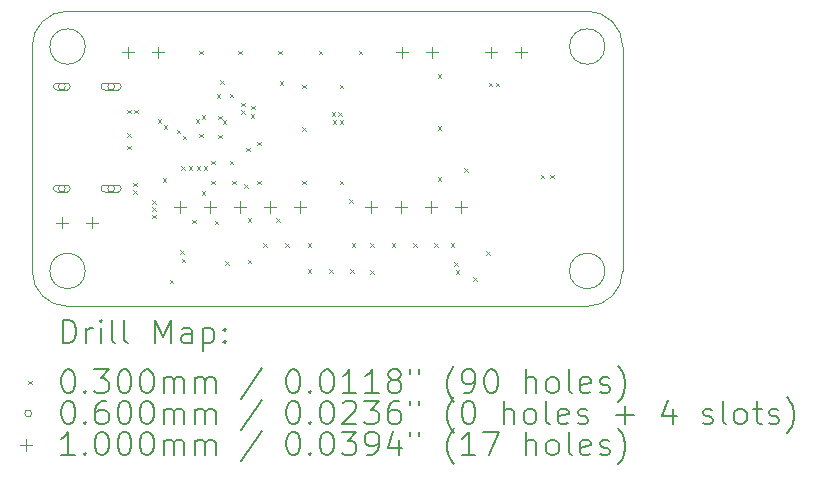
<source format=gbr>
%TF.GenerationSoftware,KiCad,Pcbnew,9.0.4*%
%TF.CreationDate,2025-09-01T19:04:17-04:00*%
%TF.ProjectId,rp24-usb-tester,72703234-2d75-4736-922d-746573746572,v0.3.4*%
%TF.SameCoordinates,Original*%
%TF.FileFunction,Drillmap*%
%TF.FilePolarity,Positive*%
%FSLAX45Y45*%
G04 Gerber Fmt 4.5, Leading zero omitted, Abs format (unit mm)*
G04 Created by KiCad (PCBNEW 9.0.4) date 2025-09-01 19:04:17*
%MOMM*%
%LPD*%
G01*
G04 APERTURE LIST*
%ADD10C,0.050000*%
%ADD11C,0.200000*%
%ADD12C,0.100000*%
G04 APERTURE END LIST*
D10*
X4700000Y0D02*
G75*
G02*
X5000000Y-300000I0J-300000D01*
G01*
X5000000Y-300000D02*
X5000000Y-2200000D01*
X300000Y-2500000D02*
X4700000Y-2500000D01*
X300000Y-2500000D02*
G75*
G02*
X0Y-2200000I0J300000D01*
G01*
X4850000Y-2200000D02*
G75*
G02*
X4550000Y-2200000I-150000J0D01*
G01*
X4550000Y-2200000D02*
G75*
G02*
X4850000Y-2200000I150000J0D01*
G01*
X4850000Y-300000D02*
G75*
G02*
X4550000Y-300000I-150000J0D01*
G01*
X4550000Y-300000D02*
G75*
G02*
X4850000Y-300000I150000J0D01*
G01*
X0Y-300000D02*
X0Y-2200000D01*
X0Y-300000D02*
G75*
G02*
X300000Y0I300000J0D01*
G01*
X5000000Y-2200000D02*
G75*
G02*
X4700000Y-2500000I-300000J0D01*
G01*
X450000Y-300000D02*
G75*
G02*
X150000Y-300000I-150000J0D01*
G01*
X150000Y-300000D02*
G75*
G02*
X450000Y-300000I150000J0D01*
G01*
X4700000Y0D02*
X300000Y0D01*
X450000Y-2200000D02*
G75*
G02*
X150000Y-2200000I-150000J0D01*
G01*
X150000Y-2200000D02*
G75*
G02*
X450000Y-2200000I150000J0D01*
G01*
D11*
D12*
X805000Y-835000D02*
X835000Y-865000D01*
X835000Y-835000D02*
X805000Y-865000D01*
X806000Y-1034000D02*
X836000Y-1064000D01*
X836000Y-1034000D02*
X806000Y-1064000D01*
X806000Y-1141000D02*
X836000Y-1171000D01*
X836000Y-1141000D02*
X806000Y-1171000D01*
X855000Y-1454000D02*
X885000Y-1484000D01*
X885000Y-1454000D02*
X855000Y-1484000D01*
X855000Y-1515000D02*
X885000Y-1545000D01*
X885000Y-1515000D02*
X855000Y-1545000D01*
X865000Y-835000D02*
X895000Y-865000D01*
X895000Y-835000D02*
X865000Y-865000D01*
X1015000Y-1599999D02*
X1045000Y-1629999D01*
X1045000Y-1599999D02*
X1015000Y-1629999D01*
X1015000Y-1662500D02*
X1045000Y-1692500D01*
X1045000Y-1662500D02*
X1015000Y-1692500D01*
X1015000Y-1725000D02*
X1045000Y-1755000D01*
X1045000Y-1725000D02*
X1015000Y-1755000D01*
X1065000Y-915000D02*
X1095000Y-945000D01*
X1095000Y-915000D02*
X1065000Y-945000D01*
X1105000Y-1415000D02*
X1135000Y-1445000D01*
X1135000Y-1415000D02*
X1105000Y-1445000D01*
X1115000Y-965000D02*
X1145000Y-995000D01*
X1145000Y-965000D02*
X1115000Y-995000D01*
X1165000Y-2275000D02*
X1195000Y-2305000D01*
X1195000Y-2275000D02*
X1165000Y-2305000D01*
X1225000Y-1005000D02*
X1255000Y-1035000D01*
X1255000Y-1005000D02*
X1225000Y-1035000D01*
X1255000Y-2025000D02*
X1285000Y-2055000D01*
X1285000Y-2025000D02*
X1255000Y-2055000D01*
X1262500Y-1315000D02*
X1292500Y-1345000D01*
X1292500Y-1315000D02*
X1262500Y-1345000D01*
X1265000Y-2095000D02*
X1295000Y-2125000D01*
X1295000Y-2095000D02*
X1265000Y-2125000D01*
X1275000Y-1055000D02*
X1305000Y-1085000D01*
X1305000Y-1055000D02*
X1275000Y-1085000D01*
X1325000Y-1315000D02*
X1355000Y-1345000D01*
X1355000Y-1315000D02*
X1325000Y-1345000D01*
X1355000Y-1765000D02*
X1385000Y-1795000D01*
X1385000Y-1765000D02*
X1355000Y-1795000D01*
X1385000Y-915000D02*
X1415000Y-945000D01*
X1415000Y-915000D02*
X1385000Y-945000D01*
X1392500Y-1315000D02*
X1422500Y-1345000D01*
X1422500Y-1315000D02*
X1392500Y-1345000D01*
X1415000Y-335000D02*
X1445000Y-365000D01*
X1445000Y-335000D02*
X1415000Y-365000D01*
X1415000Y-1037500D02*
X1445000Y-1067500D01*
X1445000Y-1037500D02*
X1415000Y-1067500D01*
X1435000Y-1525000D02*
X1465000Y-1555000D01*
X1465000Y-1525000D02*
X1435000Y-1555000D01*
X1437003Y-880331D02*
X1467003Y-910331D01*
X1467003Y-880331D02*
X1437003Y-910331D01*
X1455000Y-1315000D02*
X1485000Y-1345000D01*
X1485000Y-1315000D02*
X1455000Y-1345000D01*
X1515000Y-1265000D02*
X1545000Y-1295000D01*
X1545000Y-1265000D02*
X1515000Y-1295000D01*
X1515000Y-1435000D02*
X1545000Y-1465000D01*
X1545000Y-1435000D02*
X1515000Y-1465000D01*
X1545000Y-1775000D02*
X1575000Y-1805000D01*
X1575000Y-1775000D02*
X1545000Y-1805000D01*
X1562098Y-702098D02*
X1592098Y-732098D01*
X1592098Y-702098D02*
X1562098Y-732098D01*
X1575000Y-885000D02*
X1605000Y-915000D01*
X1605000Y-885000D02*
X1575000Y-915000D01*
X1575000Y-1045000D02*
X1605000Y-1075000D01*
X1605000Y-1045000D02*
X1575000Y-1075000D01*
X1595000Y-585000D02*
X1625000Y-615000D01*
X1625000Y-585000D02*
X1595000Y-615000D01*
X1615000Y-925000D02*
X1645000Y-955000D01*
X1645000Y-925000D02*
X1615000Y-955000D01*
X1635000Y-2117500D02*
X1665000Y-2147500D01*
X1665000Y-2117500D02*
X1635000Y-2147500D01*
X1675000Y-700000D02*
X1705000Y-730000D01*
X1705000Y-700000D02*
X1675000Y-730000D01*
X1675000Y-1265000D02*
X1705000Y-1295000D01*
X1705000Y-1265000D02*
X1675000Y-1295000D01*
X1695000Y-1435000D02*
X1725000Y-1465000D01*
X1725000Y-1435000D02*
X1695000Y-1465000D01*
X1745000Y-335000D02*
X1775000Y-365000D01*
X1775000Y-335000D02*
X1745000Y-365000D01*
X1769897Y-775516D02*
X1799897Y-805516D01*
X1799897Y-775516D02*
X1769897Y-805516D01*
X1771326Y-838000D02*
X1801326Y-868000D01*
X1801326Y-838000D02*
X1771326Y-868000D01*
X1795000Y-1465000D02*
X1825000Y-1495000D01*
X1825000Y-1465000D02*
X1795000Y-1495000D01*
X1815000Y-1155000D02*
X1845000Y-1185000D01*
X1845000Y-1155000D02*
X1815000Y-1185000D01*
X1825000Y-1755000D02*
X1855000Y-1785000D01*
X1855000Y-1755000D02*
X1825000Y-1785000D01*
X1825000Y-2105000D02*
X1855000Y-2135000D01*
X1855000Y-2105000D02*
X1825000Y-2135000D01*
X1850000Y-875000D02*
X1880000Y-905000D01*
X1880000Y-875000D02*
X1850000Y-905000D01*
X1857500Y-802500D02*
X1887500Y-832500D01*
X1887500Y-802500D02*
X1857500Y-832500D01*
X1905000Y-1105000D02*
X1935000Y-1135000D01*
X1935000Y-1105000D02*
X1905000Y-1135000D01*
X1905000Y-1435000D02*
X1935000Y-1465000D01*
X1935000Y-1435000D02*
X1905000Y-1465000D01*
X1955000Y-1965000D02*
X1985000Y-1995000D01*
X1985000Y-1965000D02*
X1955000Y-1995000D01*
X2065000Y-1755000D02*
X2095000Y-1785000D01*
X2095000Y-1755000D02*
X2065000Y-1785000D01*
X2085000Y-335000D02*
X2115000Y-365000D01*
X2115000Y-335000D02*
X2085000Y-365000D01*
X2095000Y-595000D02*
X2125000Y-625000D01*
X2125000Y-595000D02*
X2095000Y-625000D01*
X2145000Y-1965000D02*
X2175000Y-1995000D01*
X2175000Y-1965000D02*
X2145000Y-1995000D01*
X2285000Y-625000D02*
X2315000Y-655000D01*
X2315000Y-625000D02*
X2285000Y-655000D01*
X2285000Y-985000D02*
X2315000Y-1015000D01*
X2315000Y-985000D02*
X2285000Y-1015000D01*
X2285000Y-1435000D02*
X2315000Y-1465000D01*
X2315000Y-1435000D02*
X2285000Y-1465000D01*
X2335000Y-1965000D02*
X2365000Y-1995000D01*
X2365000Y-1965000D02*
X2335000Y-1995000D01*
X2335000Y-2185000D02*
X2365000Y-2215000D01*
X2365000Y-2185000D02*
X2335000Y-2215000D01*
X2425000Y-335000D02*
X2455000Y-365000D01*
X2455000Y-335000D02*
X2425000Y-365000D01*
X2515000Y-2185000D02*
X2545000Y-2215000D01*
X2545000Y-2185000D02*
X2515000Y-2215000D01*
X2535000Y-855000D02*
X2565000Y-885000D01*
X2565000Y-855000D02*
X2535000Y-885000D01*
X2545000Y-925000D02*
X2575000Y-955000D01*
X2575000Y-925000D02*
X2545000Y-955000D01*
X2591666Y-856679D02*
X2621666Y-886679D01*
X2621666Y-856679D02*
X2591666Y-886679D01*
X2605000Y-625000D02*
X2635000Y-655000D01*
X2635000Y-625000D02*
X2605000Y-655000D01*
X2605000Y-925000D02*
X2635000Y-955000D01*
X2635000Y-925000D02*
X2605000Y-955000D01*
X2605000Y-1435000D02*
X2635000Y-1465000D01*
X2635000Y-1435000D02*
X2605000Y-1465000D01*
X2685000Y-1595000D02*
X2715000Y-1625000D01*
X2715000Y-1595000D02*
X2685000Y-1625000D01*
X2695000Y-2185000D02*
X2725000Y-2215000D01*
X2725000Y-2185000D02*
X2695000Y-2215000D01*
X2705000Y-1965000D02*
X2735000Y-1995000D01*
X2735000Y-1965000D02*
X2705000Y-1995000D01*
X2765000Y-335000D02*
X2795000Y-365000D01*
X2795000Y-335000D02*
X2765000Y-365000D01*
X2865000Y-1965000D02*
X2895000Y-1995000D01*
X2895000Y-1965000D02*
X2865000Y-1995000D01*
X2865000Y-2195000D02*
X2895000Y-2225000D01*
X2895000Y-2195000D02*
X2865000Y-2225000D01*
X3045000Y-1965000D02*
X3075000Y-1995000D01*
X3075000Y-1965000D02*
X3045000Y-1995000D01*
X3225000Y-1965000D02*
X3255000Y-1995000D01*
X3255000Y-1965000D02*
X3225000Y-1995000D01*
X3405000Y-1965000D02*
X3435000Y-1995000D01*
X3435000Y-1965000D02*
X3405000Y-1995000D01*
X3435000Y-535000D02*
X3465000Y-565000D01*
X3465000Y-535000D02*
X3435000Y-565000D01*
X3435000Y-975000D02*
X3465000Y-1005000D01*
X3465000Y-975000D02*
X3435000Y-1005000D01*
X3435000Y-1405000D02*
X3465000Y-1435000D01*
X3465000Y-1405000D02*
X3435000Y-1435000D01*
X3545000Y-1965000D02*
X3575000Y-1995000D01*
X3575000Y-1965000D02*
X3545000Y-1995000D01*
X3575000Y-2125000D02*
X3605000Y-2155000D01*
X3605000Y-2125000D02*
X3575000Y-2155000D01*
X3585000Y-2195000D02*
X3615000Y-2225000D01*
X3615000Y-2195000D02*
X3585000Y-2225000D01*
X3660000Y-1330000D02*
X3690000Y-1360000D01*
X3690000Y-1330000D02*
X3660000Y-1360000D01*
X3735000Y-2255000D02*
X3765000Y-2285000D01*
X3765000Y-2255000D02*
X3735000Y-2285000D01*
X3845000Y-2035000D02*
X3875000Y-2065000D01*
X3875000Y-2035000D02*
X3845000Y-2065000D01*
X3865000Y-605000D02*
X3895000Y-635000D01*
X3895000Y-605000D02*
X3865000Y-635000D01*
X3925000Y-605000D02*
X3955000Y-635000D01*
X3955000Y-605000D02*
X3925000Y-635000D01*
X4305000Y-1385000D02*
X4335000Y-1415000D01*
X4335000Y-1385000D02*
X4305000Y-1415000D01*
X4385000Y-1385000D02*
X4415000Y-1415000D01*
X4415000Y-1385000D02*
X4385000Y-1415000D01*
X282000Y-638000D02*
G75*
G02*
X222000Y-638000I-30000J0D01*
G01*
X222000Y-638000D02*
G75*
G02*
X282000Y-638000I30000J0D01*
G01*
X292000Y-608000D02*
X212000Y-608000D01*
X212000Y-668000D02*
G75*
G02*
X212000Y-608000I0J30000D01*
G01*
X212000Y-668000D02*
X292000Y-668000D01*
X292000Y-668000D02*
G75*
G03*
X292000Y-608000I0J30000D01*
G01*
X282000Y-1502000D02*
G75*
G02*
X222000Y-1502000I-30000J0D01*
G01*
X222000Y-1502000D02*
G75*
G02*
X282000Y-1502000I30000J0D01*
G01*
X292000Y-1472000D02*
X212000Y-1472000D01*
X212000Y-1532000D02*
G75*
G02*
X212000Y-1472000I0J30000D01*
G01*
X212000Y-1532000D02*
X292000Y-1532000D01*
X292000Y-1532000D02*
G75*
G03*
X292000Y-1472000I0J30000D01*
G01*
X700000Y-638000D02*
G75*
G02*
X640000Y-638000I-30000J0D01*
G01*
X640000Y-638000D02*
G75*
G02*
X700000Y-638000I30000J0D01*
G01*
X725000Y-608000D02*
X615000Y-608000D01*
X615000Y-668000D02*
G75*
G02*
X615000Y-608000I0J30000D01*
G01*
X615000Y-668000D02*
X725000Y-668000D01*
X725000Y-668000D02*
G75*
G03*
X725000Y-608000I0J30000D01*
G01*
X700000Y-1502000D02*
G75*
G02*
X640000Y-1502000I-30000J0D01*
G01*
X640000Y-1502000D02*
G75*
G02*
X700000Y-1502000I30000J0D01*
G01*
X725000Y-1472000D02*
X615000Y-1472000D01*
X615000Y-1532000D02*
G75*
G02*
X615000Y-1472000I0J30000D01*
G01*
X615000Y-1532000D02*
X725000Y-1532000D01*
X725000Y-1532000D02*
G75*
G03*
X725000Y-1472000I0J30000D01*
G01*
X253500Y-1740000D02*
X253500Y-1840000D01*
X203500Y-1790000D02*
X303500Y-1790000D01*
X507500Y-1740000D02*
X507500Y-1840000D01*
X457500Y-1790000D02*
X557500Y-1790000D01*
X812500Y-300000D02*
X812500Y-400000D01*
X762500Y-350000D02*
X862500Y-350000D01*
X1066500Y-300000D02*
X1066500Y-400000D01*
X1016500Y-350000D02*
X1116500Y-350000D01*
X1254000Y-1610000D02*
X1254000Y-1710000D01*
X1204000Y-1660000D02*
X1304000Y-1660000D01*
X1508000Y-1610000D02*
X1508000Y-1710000D01*
X1458000Y-1660000D02*
X1558000Y-1660000D01*
X1762000Y-1610000D02*
X1762000Y-1710000D01*
X1712000Y-1660000D02*
X1812000Y-1660000D01*
X2016000Y-1610000D02*
X2016000Y-1710000D01*
X1966000Y-1660000D02*
X2066000Y-1660000D01*
X2270000Y-1610000D02*
X2270000Y-1710000D01*
X2220000Y-1660000D02*
X2320000Y-1660000D01*
X2870000Y-1610000D02*
X2870000Y-1710000D01*
X2820000Y-1660000D02*
X2920000Y-1660000D01*
X3124000Y-1610000D02*
X3124000Y-1710000D01*
X3074000Y-1660000D02*
X3174000Y-1660000D01*
X3130000Y-300000D02*
X3130000Y-400000D01*
X3080000Y-350000D02*
X3180000Y-350000D01*
X3378000Y-1610000D02*
X3378000Y-1710000D01*
X3328000Y-1660000D02*
X3428000Y-1660000D01*
X3384000Y-300000D02*
X3384000Y-400000D01*
X3334000Y-350000D02*
X3434000Y-350000D01*
X3632000Y-1610000D02*
X3632000Y-1710000D01*
X3582000Y-1660000D02*
X3682000Y-1660000D01*
X3882500Y-300000D02*
X3882500Y-400000D01*
X3832500Y-350000D02*
X3932500Y-350000D01*
X4136500Y-300000D02*
X4136500Y-400000D01*
X4086500Y-350000D02*
X4186500Y-350000D01*
D11*
X258277Y-2813984D02*
X258277Y-2613984D01*
X258277Y-2613984D02*
X305896Y-2613984D01*
X305896Y-2613984D02*
X334467Y-2623508D01*
X334467Y-2623508D02*
X353515Y-2642555D01*
X353515Y-2642555D02*
X363039Y-2661603D01*
X363039Y-2661603D02*
X372562Y-2699698D01*
X372562Y-2699698D02*
X372562Y-2728270D01*
X372562Y-2728270D02*
X363039Y-2766365D01*
X363039Y-2766365D02*
X353515Y-2785412D01*
X353515Y-2785412D02*
X334467Y-2804460D01*
X334467Y-2804460D02*
X305896Y-2813984D01*
X305896Y-2813984D02*
X258277Y-2813984D01*
X458277Y-2813984D02*
X458277Y-2680650D01*
X458277Y-2718746D02*
X467801Y-2699698D01*
X467801Y-2699698D02*
X477324Y-2690174D01*
X477324Y-2690174D02*
X496372Y-2680650D01*
X496372Y-2680650D02*
X515420Y-2680650D01*
X582086Y-2813984D02*
X582086Y-2680650D01*
X582086Y-2613984D02*
X572563Y-2623508D01*
X572563Y-2623508D02*
X582086Y-2633031D01*
X582086Y-2633031D02*
X591610Y-2623508D01*
X591610Y-2623508D02*
X582086Y-2613984D01*
X582086Y-2613984D02*
X582086Y-2633031D01*
X705896Y-2813984D02*
X686848Y-2804460D01*
X686848Y-2804460D02*
X677324Y-2785412D01*
X677324Y-2785412D02*
X677324Y-2613984D01*
X810658Y-2813984D02*
X791610Y-2804460D01*
X791610Y-2804460D02*
X782086Y-2785412D01*
X782086Y-2785412D02*
X782086Y-2613984D01*
X1039229Y-2813984D02*
X1039229Y-2613984D01*
X1039229Y-2613984D02*
X1105896Y-2756841D01*
X1105896Y-2756841D02*
X1172563Y-2613984D01*
X1172563Y-2613984D02*
X1172563Y-2813984D01*
X1353515Y-2813984D02*
X1353515Y-2709222D01*
X1353515Y-2709222D02*
X1343991Y-2690174D01*
X1343991Y-2690174D02*
X1324944Y-2680650D01*
X1324944Y-2680650D02*
X1286848Y-2680650D01*
X1286848Y-2680650D02*
X1267801Y-2690174D01*
X1353515Y-2804460D02*
X1334467Y-2813984D01*
X1334467Y-2813984D02*
X1286848Y-2813984D01*
X1286848Y-2813984D02*
X1267801Y-2804460D01*
X1267801Y-2804460D02*
X1258277Y-2785412D01*
X1258277Y-2785412D02*
X1258277Y-2766365D01*
X1258277Y-2766365D02*
X1267801Y-2747317D01*
X1267801Y-2747317D02*
X1286848Y-2737793D01*
X1286848Y-2737793D02*
X1334467Y-2737793D01*
X1334467Y-2737793D02*
X1353515Y-2728270D01*
X1448753Y-2680650D02*
X1448753Y-2880650D01*
X1448753Y-2690174D02*
X1467801Y-2680650D01*
X1467801Y-2680650D02*
X1505896Y-2680650D01*
X1505896Y-2680650D02*
X1524943Y-2690174D01*
X1524943Y-2690174D02*
X1534467Y-2699698D01*
X1534467Y-2699698D02*
X1543991Y-2718746D01*
X1543991Y-2718746D02*
X1543991Y-2775889D01*
X1543991Y-2775889D02*
X1534467Y-2794936D01*
X1534467Y-2794936D02*
X1524943Y-2804460D01*
X1524943Y-2804460D02*
X1505896Y-2813984D01*
X1505896Y-2813984D02*
X1467801Y-2813984D01*
X1467801Y-2813984D02*
X1448753Y-2804460D01*
X1629705Y-2794936D02*
X1639229Y-2804460D01*
X1639229Y-2804460D02*
X1629705Y-2813984D01*
X1629705Y-2813984D02*
X1620182Y-2804460D01*
X1620182Y-2804460D02*
X1629705Y-2794936D01*
X1629705Y-2794936D02*
X1629705Y-2813984D01*
X1629705Y-2690174D02*
X1639229Y-2699698D01*
X1639229Y-2699698D02*
X1629705Y-2709222D01*
X1629705Y-2709222D02*
X1620182Y-2699698D01*
X1620182Y-2699698D02*
X1629705Y-2690174D01*
X1629705Y-2690174D02*
X1629705Y-2709222D01*
D12*
X-32500Y-3127500D02*
X-2500Y-3157500D01*
X-2500Y-3127500D02*
X-32500Y-3157500D01*
D11*
X296372Y-3033984D02*
X315420Y-3033984D01*
X315420Y-3033984D02*
X334467Y-3043508D01*
X334467Y-3043508D02*
X343991Y-3053031D01*
X343991Y-3053031D02*
X353515Y-3072079D01*
X353515Y-3072079D02*
X363039Y-3110174D01*
X363039Y-3110174D02*
X363039Y-3157793D01*
X363039Y-3157793D02*
X353515Y-3195888D01*
X353515Y-3195888D02*
X343991Y-3214936D01*
X343991Y-3214936D02*
X334467Y-3224460D01*
X334467Y-3224460D02*
X315420Y-3233984D01*
X315420Y-3233984D02*
X296372Y-3233984D01*
X296372Y-3233984D02*
X277324Y-3224460D01*
X277324Y-3224460D02*
X267801Y-3214936D01*
X267801Y-3214936D02*
X258277Y-3195888D01*
X258277Y-3195888D02*
X248753Y-3157793D01*
X248753Y-3157793D02*
X248753Y-3110174D01*
X248753Y-3110174D02*
X258277Y-3072079D01*
X258277Y-3072079D02*
X267801Y-3053031D01*
X267801Y-3053031D02*
X277324Y-3043508D01*
X277324Y-3043508D02*
X296372Y-3033984D01*
X448753Y-3214936D02*
X458277Y-3224460D01*
X458277Y-3224460D02*
X448753Y-3233984D01*
X448753Y-3233984D02*
X439229Y-3224460D01*
X439229Y-3224460D02*
X448753Y-3214936D01*
X448753Y-3214936D02*
X448753Y-3233984D01*
X524944Y-3033984D02*
X648753Y-3033984D01*
X648753Y-3033984D02*
X582086Y-3110174D01*
X582086Y-3110174D02*
X610658Y-3110174D01*
X610658Y-3110174D02*
X629705Y-3119698D01*
X629705Y-3119698D02*
X639229Y-3129222D01*
X639229Y-3129222D02*
X648753Y-3148269D01*
X648753Y-3148269D02*
X648753Y-3195888D01*
X648753Y-3195888D02*
X639229Y-3214936D01*
X639229Y-3214936D02*
X629705Y-3224460D01*
X629705Y-3224460D02*
X610658Y-3233984D01*
X610658Y-3233984D02*
X553515Y-3233984D01*
X553515Y-3233984D02*
X534467Y-3224460D01*
X534467Y-3224460D02*
X524944Y-3214936D01*
X772562Y-3033984D02*
X791610Y-3033984D01*
X791610Y-3033984D02*
X810658Y-3043508D01*
X810658Y-3043508D02*
X820182Y-3053031D01*
X820182Y-3053031D02*
X829705Y-3072079D01*
X829705Y-3072079D02*
X839229Y-3110174D01*
X839229Y-3110174D02*
X839229Y-3157793D01*
X839229Y-3157793D02*
X829705Y-3195888D01*
X829705Y-3195888D02*
X820182Y-3214936D01*
X820182Y-3214936D02*
X810658Y-3224460D01*
X810658Y-3224460D02*
X791610Y-3233984D01*
X791610Y-3233984D02*
X772562Y-3233984D01*
X772562Y-3233984D02*
X753515Y-3224460D01*
X753515Y-3224460D02*
X743991Y-3214936D01*
X743991Y-3214936D02*
X734467Y-3195888D01*
X734467Y-3195888D02*
X724943Y-3157793D01*
X724943Y-3157793D02*
X724943Y-3110174D01*
X724943Y-3110174D02*
X734467Y-3072079D01*
X734467Y-3072079D02*
X743991Y-3053031D01*
X743991Y-3053031D02*
X753515Y-3043508D01*
X753515Y-3043508D02*
X772562Y-3033984D01*
X963039Y-3033984D02*
X982086Y-3033984D01*
X982086Y-3033984D02*
X1001134Y-3043508D01*
X1001134Y-3043508D02*
X1010658Y-3053031D01*
X1010658Y-3053031D02*
X1020182Y-3072079D01*
X1020182Y-3072079D02*
X1029705Y-3110174D01*
X1029705Y-3110174D02*
X1029705Y-3157793D01*
X1029705Y-3157793D02*
X1020182Y-3195888D01*
X1020182Y-3195888D02*
X1010658Y-3214936D01*
X1010658Y-3214936D02*
X1001134Y-3224460D01*
X1001134Y-3224460D02*
X982086Y-3233984D01*
X982086Y-3233984D02*
X963039Y-3233984D01*
X963039Y-3233984D02*
X943991Y-3224460D01*
X943991Y-3224460D02*
X934467Y-3214936D01*
X934467Y-3214936D02*
X924943Y-3195888D01*
X924943Y-3195888D02*
X915420Y-3157793D01*
X915420Y-3157793D02*
X915420Y-3110174D01*
X915420Y-3110174D02*
X924943Y-3072079D01*
X924943Y-3072079D02*
X934467Y-3053031D01*
X934467Y-3053031D02*
X943991Y-3043508D01*
X943991Y-3043508D02*
X963039Y-3033984D01*
X1115420Y-3233984D02*
X1115420Y-3100650D01*
X1115420Y-3119698D02*
X1124944Y-3110174D01*
X1124944Y-3110174D02*
X1143991Y-3100650D01*
X1143991Y-3100650D02*
X1172563Y-3100650D01*
X1172563Y-3100650D02*
X1191610Y-3110174D01*
X1191610Y-3110174D02*
X1201134Y-3129222D01*
X1201134Y-3129222D02*
X1201134Y-3233984D01*
X1201134Y-3129222D02*
X1210658Y-3110174D01*
X1210658Y-3110174D02*
X1229705Y-3100650D01*
X1229705Y-3100650D02*
X1258277Y-3100650D01*
X1258277Y-3100650D02*
X1277325Y-3110174D01*
X1277325Y-3110174D02*
X1286848Y-3129222D01*
X1286848Y-3129222D02*
X1286848Y-3233984D01*
X1382086Y-3233984D02*
X1382086Y-3100650D01*
X1382086Y-3119698D02*
X1391610Y-3110174D01*
X1391610Y-3110174D02*
X1410658Y-3100650D01*
X1410658Y-3100650D02*
X1439229Y-3100650D01*
X1439229Y-3100650D02*
X1458277Y-3110174D01*
X1458277Y-3110174D02*
X1467801Y-3129222D01*
X1467801Y-3129222D02*
X1467801Y-3233984D01*
X1467801Y-3129222D02*
X1477324Y-3110174D01*
X1477324Y-3110174D02*
X1496372Y-3100650D01*
X1496372Y-3100650D02*
X1524943Y-3100650D01*
X1524943Y-3100650D02*
X1543991Y-3110174D01*
X1543991Y-3110174D02*
X1553515Y-3129222D01*
X1553515Y-3129222D02*
X1553515Y-3233984D01*
X1943991Y-3024460D02*
X1772563Y-3281603D01*
X2201134Y-3033984D02*
X2220182Y-3033984D01*
X2220182Y-3033984D02*
X2239229Y-3043508D01*
X2239229Y-3043508D02*
X2248753Y-3053031D01*
X2248753Y-3053031D02*
X2258277Y-3072079D01*
X2258277Y-3072079D02*
X2267801Y-3110174D01*
X2267801Y-3110174D02*
X2267801Y-3157793D01*
X2267801Y-3157793D02*
X2258277Y-3195888D01*
X2258277Y-3195888D02*
X2248753Y-3214936D01*
X2248753Y-3214936D02*
X2239229Y-3224460D01*
X2239229Y-3224460D02*
X2220182Y-3233984D01*
X2220182Y-3233984D02*
X2201134Y-3233984D01*
X2201134Y-3233984D02*
X2182087Y-3224460D01*
X2182087Y-3224460D02*
X2172563Y-3214936D01*
X2172563Y-3214936D02*
X2163039Y-3195888D01*
X2163039Y-3195888D02*
X2153515Y-3157793D01*
X2153515Y-3157793D02*
X2153515Y-3110174D01*
X2153515Y-3110174D02*
X2163039Y-3072079D01*
X2163039Y-3072079D02*
X2172563Y-3053031D01*
X2172563Y-3053031D02*
X2182087Y-3043508D01*
X2182087Y-3043508D02*
X2201134Y-3033984D01*
X2353515Y-3214936D02*
X2363039Y-3224460D01*
X2363039Y-3224460D02*
X2353515Y-3233984D01*
X2353515Y-3233984D02*
X2343991Y-3224460D01*
X2343991Y-3224460D02*
X2353515Y-3214936D01*
X2353515Y-3214936D02*
X2353515Y-3233984D01*
X2486848Y-3033984D02*
X2505896Y-3033984D01*
X2505896Y-3033984D02*
X2524944Y-3043508D01*
X2524944Y-3043508D02*
X2534468Y-3053031D01*
X2534468Y-3053031D02*
X2543991Y-3072079D01*
X2543991Y-3072079D02*
X2553515Y-3110174D01*
X2553515Y-3110174D02*
X2553515Y-3157793D01*
X2553515Y-3157793D02*
X2543991Y-3195888D01*
X2543991Y-3195888D02*
X2534468Y-3214936D01*
X2534468Y-3214936D02*
X2524944Y-3224460D01*
X2524944Y-3224460D02*
X2505896Y-3233984D01*
X2505896Y-3233984D02*
X2486848Y-3233984D01*
X2486848Y-3233984D02*
X2467801Y-3224460D01*
X2467801Y-3224460D02*
X2458277Y-3214936D01*
X2458277Y-3214936D02*
X2448753Y-3195888D01*
X2448753Y-3195888D02*
X2439229Y-3157793D01*
X2439229Y-3157793D02*
X2439229Y-3110174D01*
X2439229Y-3110174D02*
X2448753Y-3072079D01*
X2448753Y-3072079D02*
X2458277Y-3053031D01*
X2458277Y-3053031D02*
X2467801Y-3043508D01*
X2467801Y-3043508D02*
X2486848Y-3033984D01*
X2743991Y-3233984D02*
X2629706Y-3233984D01*
X2686848Y-3233984D02*
X2686848Y-3033984D01*
X2686848Y-3033984D02*
X2667801Y-3062555D01*
X2667801Y-3062555D02*
X2648753Y-3081603D01*
X2648753Y-3081603D02*
X2629706Y-3091127D01*
X2934467Y-3233984D02*
X2820182Y-3233984D01*
X2877325Y-3233984D02*
X2877325Y-3033984D01*
X2877325Y-3033984D02*
X2858277Y-3062555D01*
X2858277Y-3062555D02*
X2839229Y-3081603D01*
X2839229Y-3081603D02*
X2820182Y-3091127D01*
X3048753Y-3119698D02*
X3029706Y-3110174D01*
X3029706Y-3110174D02*
X3020182Y-3100650D01*
X3020182Y-3100650D02*
X3010658Y-3081603D01*
X3010658Y-3081603D02*
X3010658Y-3072079D01*
X3010658Y-3072079D02*
X3020182Y-3053031D01*
X3020182Y-3053031D02*
X3029706Y-3043508D01*
X3029706Y-3043508D02*
X3048753Y-3033984D01*
X3048753Y-3033984D02*
X3086848Y-3033984D01*
X3086848Y-3033984D02*
X3105896Y-3043508D01*
X3105896Y-3043508D02*
X3115420Y-3053031D01*
X3115420Y-3053031D02*
X3124944Y-3072079D01*
X3124944Y-3072079D02*
X3124944Y-3081603D01*
X3124944Y-3081603D02*
X3115420Y-3100650D01*
X3115420Y-3100650D02*
X3105896Y-3110174D01*
X3105896Y-3110174D02*
X3086848Y-3119698D01*
X3086848Y-3119698D02*
X3048753Y-3119698D01*
X3048753Y-3119698D02*
X3029706Y-3129222D01*
X3029706Y-3129222D02*
X3020182Y-3138746D01*
X3020182Y-3138746D02*
X3010658Y-3157793D01*
X3010658Y-3157793D02*
X3010658Y-3195888D01*
X3010658Y-3195888D02*
X3020182Y-3214936D01*
X3020182Y-3214936D02*
X3029706Y-3224460D01*
X3029706Y-3224460D02*
X3048753Y-3233984D01*
X3048753Y-3233984D02*
X3086848Y-3233984D01*
X3086848Y-3233984D02*
X3105896Y-3224460D01*
X3105896Y-3224460D02*
X3115420Y-3214936D01*
X3115420Y-3214936D02*
X3124944Y-3195888D01*
X3124944Y-3195888D02*
X3124944Y-3157793D01*
X3124944Y-3157793D02*
X3115420Y-3138746D01*
X3115420Y-3138746D02*
X3105896Y-3129222D01*
X3105896Y-3129222D02*
X3086848Y-3119698D01*
X3201134Y-3033984D02*
X3201134Y-3072079D01*
X3277325Y-3033984D02*
X3277325Y-3072079D01*
X3572563Y-3310174D02*
X3563039Y-3300650D01*
X3563039Y-3300650D02*
X3543991Y-3272079D01*
X3543991Y-3272079D02*
X3534468Y-3253031D01*
X3534468Y-3253031D02*
X3524944Y-3224460D01*
X3524944Y-3224460D02*
X3515420Y-3176841D01*
X3515420Y-3176841D02*
X3515420Y-3138746D01*
X3515420Y-3138746D02*
X3524944Y-3091127D01*
X3524944Y-3091127D02*
X3534468Y-3062555D01*
X3534468Y-3062555D02*
X3543991Y-3043508D01*
X3543991Y-3043508D02*
X3563039Y-3014936D01*
X3563039Y-3014936D02*
X3572563Y-3005412D01*
X3658277Y-3233984D02*
X3696372Y-3233984D01*
X3696372Y-3233984D02*
X3715420Y-3224460D01*
X3715420Y-3224460D02*
X3724944Y-3214936D01*
X3724944Y-3214936D02*
X3743991Y-3186365D01*
X3743991Y-3186365D02*
X3753515Y-3148269D01*
X3753515Y-3148269D02*
X3753515Y-3072079D01*
X3753515Y-3072079D02*
X3743991Y-3053031D01*
X3743991Y-3053031D02*
X3734468Y-3043508D01*
X3734468Y-3043508D02*
X3715420Y-3033984D01*
X3715420Y-3033984D02*
X3677325Y-3033984D01*
X3677325Y-3033984D02*
X3658277Y-3043508D01*
X3658277Y-3043508D02*
X3648753Y-3053031D01*
X3648753Y-3053031D02*
X3639229Y-3072079D01*
X3639229Y-3072079D02*
X3639229Y-3119698D01*
X3639229Y-3119698D02*
X3648753Y-3138746D01*
X3648753Y-3138746D02*
X3658277Y-3148269D01*
X3658277Y-3148269D02*
X3677325Y-3157793D01*
X3677325Y-3157793D02*
X3715420Y-3157793D01*
X3715420Y-3157793D02*
X3734468Y-3148269D01*
X3734468Y-3148269D02*
X3743991Y-3138746D01*
X3743991Y-3138746D02*
X3753515Y-3119698D01*
X3877325Y-3033984D02*
X3896372Y-3033984D01*
X3896372Y-3033984D02*
X3915420Y-3043508D01*
X3915420Y-3043508D02*
X3924944Y-3053031D01*
X3924944Y-3053031D02*
X3934468Y-3072079D01*
X3934468Y-3072079D02*
X3943991Y-3110174D01*
X3943991Y-3110174D02*
X3943991Y-3157793D01*
X3943991Y-3157793D02*
X3934468Y-3195888D01*
X3934468Y-3195888D02*
X3924944Y-3214936D01*
X3924944Y-3214936D02*
X3915420Y-3224460D01*
X3915420Y-3224460D02*
X3896372Y-3233984D01*
X3896372Y-3233984D02*
X3877325Y-3233984D01*
X3877325Y-3233984D02*
X3858277Y-3224460D01*
X3858277Y-3224460D02*
X3848753Y-3214936D01*
X3848753Y-3214936D02*
X3839229Y-3195888D01*
X3839229Y-3195888D02*
X3829706Y-3157793D01*
X3829706Y-3157793D02*
X3829706Y-3110174D01*
X3829706Y-3110174D02*
X3839229Y-3072079D01*
X3839229Y-3072079D02*
X3848753Y-3053031D01*
X3848753Y-3053031D02*
X3858277Y-3043508D01*
X3858277Y-3043508D02*
X3877325Y-3033984D01*
X4182087Y-3233984D02*
X4182087Y-3033984D01*
X4267801Y-3233984D02*
X4267801Y-3129222D01*
X4267801Y-3129222D02*
X4258277Y-3110174D01*
X4258277Y-3110174D02*
X4239230Y-3100650D01*
X4239230Y-3100650D02*
X4210658Y-3100650D01*
X4210658Y-3100650D02*
X4191610Y-3110174D01*
X4191610Y-3110174D02*
X4182087Y-3119698D01*
X4391611Y-3233984D02*
X4372563Y-3224460D01*
X4372563Y-3224460D02*
X4363039Y-3214936D01*
X4363039Y-3214936D02*
X4353515Y-3195888D01*
X4353515Y-3195888D02*
X4353515Y-3138746D01*
X4353515Y-3138746D02*
X4363039Y-3119698D01*
X4363039Y-3119698D02*
X4372563Y-3110174D01*
X4372563Y-3110174D02*
X4391611Y-3100650D01*
X4391611Y-3100650D02*
X4420182Y-3100650D01*
X4420182Y-3100650D02*
X4439230Y-3110174D01*
X4439230Y-3110174D02*
X4448753Y-3119698D01*
X4448753Y-3119698D02*
X4458277Y-3138746D01*
X4458277Y-3138746D02*
X4458277Y-3195888D01*
X4458277Y-3195888D02*
X4448753Y-3214936D01*
X4448753Y-3214936D02*
X4439230Y-3224460D01*
X4439230Y-3224460D02*
X4420182Y-3233984D01*
X4420182Y-3233984D02*
X4391611Y-3233984D01*
X4572563Y-3233984D02*
X4553515Y-3224460D01*
X4553515Y-3224460D02*
X4543992Y-3205412D01*
X4543992Y-3205412D02*
X4543992Y-3033984D01*
X4724944Y-3224460D02*
X4705896Y-3233984D01*
X4705896Y-3233984D02*
X4667801Y-3233984D01*
X4667801Y-3233984D02*
X4648753Y-3224460D01*
X4648753Y-3224460D02*
X4639230Y-3205412D01*
X4639230Y-3205412D02*
X4639230Y-3129222D01*
X4639230Y-3129222D02*
X4648753Y-3110174D01*
X4648753Y-3110174D02*
X4667801Y-3100650D01*
X4667801Y-3100650D02*
X4705896Y-3100650D01*
X4705896Y-3100650D02*
X4724944Y-3110174D01*
X4724944Y-3110174D02*
X4734468Y-3129222D01*
X4734468Y-3129222D02*
X4734468Y-3148269D01*
X4734468Y-3148269D02*
X4639230Y-3167317D01*
X4810658Y-3224460D02*
X4829706Y-3233984D01*
X4829706Y-3233984D02*
X4867801Y-3233984D01*
X4867801Y-3233984D02*
X4886849Y-3224460D01*
X4886849Y-3224460D02*
X4896373Y-3205412D01*
X4896373Y-3205412D02*
X4896373Y-3195888D01*
X4896373Y-3195888D02*
X4886849Y-3176841D01*
X4886849Y-3176841D02*
X4867801Y-3167317D01*
X4867801Y-3167317D02*
X4839230Y-3167317D01*
X4839230Y-3167317D02*
X4820182Y-3157793D01*
X4820182Y-3157793D02*
X4810658Y-3138746D01*
X4810658Y-3138746D02*
X4810658Y-3129222D01*
X4810658Y-3129222D02*
X4820182Y-3110174D01*
X4820182Y-3110174D02*
X4839230Y-3100650D01*
X4839230Y-3100650D02*
X4867801Y-3100650D01*
X4867801Y-3100650D02*
X4886849Y-3110174D01*
X4963039Y-3310174D02*
X4972563Y-3300650D01*
X4972563Y-3300650D02*
X4991611Y-3272079D01*
X4991611Y-3272079D02*
X5001134Y-3253031D01*
X5001134Y-3253031D02*
X5010658Y-3224460D01*
X5010658Y-3224460D02*
X5020182Y-3176841D01*
X5020182Y-3176841D02*
X5020182Y-3138746D01*
X5020182Y-3138746D02*
X5010658Y-3091127D01*
X5010658Y-3091127D02*
X5001134Y-3062555D01*
X5001134Y-3062555D02*
X4991611Y-3043508D01*
X4991611Y-3043508D02*
X4972563Y-3014936D01*
X4972563Y-3014936D02*
X4963039Y-3005412D01*
D12*
X-2500Y-3406500D02*
G75*
G02*
X-62500Y-3406500I-30000J0D01*
G01*
X-62500Y-3406500D02*
G75*
G02*
X-2500Y-3406500I30000J0D01*
G01*
D11*
X296372Y-3297984D02*
X315420Y-3297984D01*
X315420Y-3297984D02*
X334467Y-3307508D01*
X334467Y-3307508D02*
X343991Y-3317031D01*
X343991Y-3317031D02*
X353515Y-3336079D01*
X353515Y-3336079D02*
X363039Y-3374174D01*
X363039Y-3374174D02*
X363039Y-3421793D01*
X363039Y-3421793D02*
X353515Y-3459888D01*
X353515Y-3459888D02*
X343991Y-3478936D01*
X343991Y-3478936D02*
X334467Y-3488460D01*
X334467Y-3488460D02*
X315420Y-3497984D01*
X315420Y-3497984D02*
X296372Y-3497984D01*
X296372Y-3497984D02*
X277324Y-3488460D01*
X277324Y-3488460D02*
X267801Y-3478936D01*
X267801Y-3478936D02*
X258277Y-3459888D01*
X258277Y-3459888D02*
X248753Y-3421793D01*
X248753Y-3421793D02*
X248753Y-3374174D01*
X248753Y-3374174D02*
X258277Y-3336079D01*
X258277Y-3336079D02*
X267801Y-3317031D01*
X267801Y-3317031D02*
X277324Y-3307508D01*
X277324Y-3307508D02*
X296372Y-3297984D01*
X448753Y-3478936D02*
X458277Y-3488460D01*
X458277Y-3488460D02*
X448753Y-3497984D01*
X448753Y-3497984D02*
X439229Y-3488460D01*
X439229Y-3488460D02*
X448753Y-3478936D01*
X448753Y-3478936D02*
X448753Y-3497984D01*
X629705Y-3297984D02*
X591610Y-3297984D01*
X591610Y-3297984D02*
X572563Y-3307508D01*
X572563Y-3307508D02*
X563039Y-3317031D01*
X563039Y-3317031D02*
X543991Y-3345603D01*
X543991Y-3345603D02*
X534467Y-3383698D01*
X534467Y-3383698D02*
X534467Y-3459888D01*
X534467Y-3459888D02*
X543991Y-3478936D01*
X543991Y-3478936D02*
X553515Y-3488460D01*
X553515Y-3488460D02*
X572563Y-3497984D01*
X572563Y-3497984D02*
X610658Y-3497984D01*
X610658Y-3497984D02*
X629705Y-3488460D01*
X629705Y-3488460D02*
X639229Y-3478936D01*
X639229Y-3478936D02*
X648753Y-3459888D01*
X648753Y-3459888D02*
X648753Y-3412269D01*
X648753Y-3412269D02*
X639229Y-3393222D01*
X639229Y-3393222D02*
X629705Y-3383698D01*
X629705Y-3383698D02*
X610658Y-3374174D01*
X610658Y-3374174D02*
X572563Y-3374174D01*
X572563Y-3374174D02*
X553515Y-3383698D01*
X553515Y-3383698D02*
X543991Y-3393222D01*
X543991Y-3393222D02*
X534467Y-3412269D01*
X772562Y-3297984D02*
X791610Y-3297984D01*
X791610Y-3297984D02*
X810658Y-3307508D01*
X810658Y-3307508D02*
X820182Y-3317031D01*
X820182Y-3317031D02*
X829705Y-3336079D01*
X829705Y-3336079D02*
X839229Y-3374174D01*
X839229Y-3374174D02*
X839229Y-3421793D01*
X839229Y-3421793D02*
X829705Y-3459888D01*
X829705Y-3459888D02*
X820182Y-3478936D01*
X820182Y-3478936D02*
X810658Y-3488460D01*
X810658Y-3488460D02*
X791610Y-3497984D01*
X791610Y-3497984D02*
X772562Y-3497984D01*
X772562Y-3497984D02*
X753515Y-3488460D01*
X753515Y-3488460D02*
X743991Y-3478936D01*
X743991Y-3478936D02*
X734467Y-3459888D01*
X734467Y-3459888D02*
X724943Y-3421793D01*
X724943Y-3421793D02*
X724943Y-3374174D01*
X724943Y-3374174D02*
X734467Y-3336079D01*
X734467Y-3336079D02*
X743991Y-3317031D01*
X743991Y-3317031D02*
X753515Y-3307508D01*
X753515Y-3307508D02*
X772562Y-3297984D01*
X963039Y-3297984D02*
X982086Y-3297984D01*
X982086Y-3297984D02*
X1001134Y-3307508D01*
X1001134Y-3307508D02*
X1010658Y-3317031D01*
X1010658Y-3317031D02*
X1020182Y-3336079D01*
X1020182Y-3336079D02*
X1029705Y-3374174D01*
X1029705Y-3374174D02*
X1029705Y-3421793D01*
X1029705Y-3421793D02*
X1020182Y-3459888D01*
X1020182Y-3459888D02*
X1010658Y-3478936D01*
X1010658Y-3478936D02*
X1001134Y-3488460D01*
X1001134Y-3488460D02*
X982086Y-3497984D01*
X982086Y-3497984D02*
X963039Y-3497984D01*
X963039Y-3497984D02*
X943991Y-3488460D01*
X943991Y-3488460D02*
X934467Y-3478936D01*
X934467Y-3478936D02*
X924943Y-3459888D01*
X924943Y-3459888D02*
X915420Y-3421793D01*
X915420Y-3421793D02*
X915420Y-3374174D01*
X915420Y-3374174D02*
X924943Y-3336079D01*
X924943Y-3336079D02*
X934467Y-3317031D01*
X934467Y-3317031D02*
X943991Y-3307508D01*
X943991Y-3307508D02*
X963039Y-3297984D01*
X1115420Y-3497984D02*
X1115420Y-3364650D01*
X1115420Y-3383698D02*
X1124944Y-3374174D01*
X1124944Y-3374174D02*
X1143991Y-3364650D01*
X1143991Y-3364650D02*
X1172563Y-3364650D01*
X1172563Y-3364650D02*
X1191610Y-3374174D01*
X1191610Y-3374174D02*
X1201134Y-3393222D01*
X1201134Y-3393222D02*
X1201134Y-3497984D01*
X1201134Y-3393222D02*
X1210658Y-3374174D01*
X1210658Y-3374174D02*
X1229705Y-3364650D01*
X1229705Y-3364650D02*
X1258277Y-3364650D01*
X1258277Y-3364650D02*
X1277325Y-3374174D01*
X1277325Y-3374174D02*
X1286848Y-3393222D01*
X1286848Y-3393222D02*
X1286848Y-3497984D01*
X1382086Y-3497984D02*
X1382086Y-3364650D01*
X1382086Y-3383698D02*
X1391610Y-3374174D01*
X1391610Y-3374174D02*
X1410658Y-3364650D01*
X1410658Y-3364650D02*
X1439229Y-3364650D01*
X1439229Y-3364650D02*
X1458277Y-3374174D01*
X1458277Y-3374174D02*
X1467801Y-3393222D01*
X1467801Y-3393222D02*
X1467801Y-3497984D01*
X1467801Y-3393222D02*
X1477324Y-3374174D01*
X1477324Y-3374174D02*
X1496372Y-3364650D01*
X1496372Y-3364650D02*
X1524943Y-3364650D01*
X1524943Y-3364650D02*
X1543991Y-3374174D01*
X1543991Y-3374174D02*
X1553515Y-3393222D01*
X1553515Y-3393222D02*
X1553515Y-3497984D01*
X1943991Y-3288460D02*
X1772563Y-3545603D01*
X2201134Y-3297984D02*
X2220182Y-3297984D01*
X2220182Y-3297984D02*
X2239229Y-3307508D01*
X2239229Y-3307508D02*
X2248753Y-3317031D01*
X2248753Y-3317031D02*
X2258277Y-3336079D01*
X2258277Y-3336079D02*
X2267801Y-3374174D01*
X2267801Y-3374174D02*
X2267801Y-3421793D01*
X2267801Y-3421793D02*
X2258277Y-3459888D01*
X2258277Y-3459888D02*
X2248753Y-3478936D01*
X2248753Y-3478936D02*
X2239229Y-3488460D01*
X2239229Y-3488460D02*
X2220182Y-3497984D01*
X2220182Y-3497984D02*
X2201134Y-3497984D01*
X2201134Y-3497984D02*
X2182087Y-3488460D01*
X2182087Y-3488460D02*
X2172563Y-3478936D01*
X2172563Y-3478936D02*
X2163039Y-3459888D01*
X2163039Y-3459888D02*
X2153515Y-3421793D01*
X2153515Y-3421793D02*
X2153515Y-3374174D01*
X2153515Y-3374174D02*
X2163039Y-3336079D01*
X2163039Y-3336079D02*
X2172563Y-3317031D01*
X2172563Y-3317031D02*
X2182087Y-3307508D01*
X2182087Y-3307508D02*
X2201134Y-3297984D01*
X2353515Y-3478936D02*
X2363039Y-3488460D01*
X2363039Y-3488460D02*
X2353515Y-3497984D01*
X2353515Y-3497984D02*
X2343991Y-3488460D01*
X2343991Y-3488460D02*
X2353515Y-3478936D01*
X2353515Y-3478936D02*
X2353515Y-3497984D01*
X2486848Y-3297984D02*
X2505896Y-3297984D01*
X2505896Y-3297984D02*
X2524944Y-3307508D01*
X2524944Y-3307508D02*
X2534468Y-3317031D01*
X2534468Y-3317031D02*
X2543991Y-3336079D01*
X2543991Y-3336079D02*
X2553515Y-3374174D01*
X2553515Y-3374174D02*
X2553515Y-3421793D01*
X2553515Y-3421793D02*
X2543991Y-3459888D01*
X2543991Y-3459888D02*
X2534468Y-3478936D01*
X2534468Y-3478936D02*
X2524944Y-3488460D01*
X2524944Y-3488460D02*
X2505896Y-3497984D01*
X2505896Y-3497984D02*
X2486848Y-3497984D01*
X2486848Y-3497984D02*
X2467801Y-3488460D01*
X2467801Y-3488460D02*
X2458277Y-3478936D01*
X2458277Y-3478936D02*
X2448753Y-3459888D01*
X2448753Y-3459888D02*
X2439229Y-3421793D01*
X2439229Y-3421793D02*
X2439229Y-3374174D01*
X2439229Y-3374174D02*
X2448753Y-3336079D01*
X2448753Y-3336079D02*
X2458277Y-3317031D01*
X2458277Y-3317031D02*
X2467801Y-3307508D01*
X2467801Y-3307508D02*
X2486848Y-3297984D01*
X2629706Y-3317031D02*
X2639229Y-3307508D01*
X2639229Y-3307508D02*
X2658277Y-3297984D01*
X2658277Y-3297984D02*
X2705896Y-3297984D01*
X2705896Y-3297984D02*
X2724944Y-3307508D01*
X2724944Y-3307508D02*
X2734468Y-3317031D01*
X2734468Y-3317031D02*
X2743991Y-3336079D01*
X2743991Y-3336079D02*
X2743991Y-3355127D01*
X2743991Y-3355127D02*
X2734468Y-3383698D01*
X2734468Y-3383698D02*
X2620182Y-3497984D01*
X2620182Y-3497984D02*
X2743991Y-3497984D01*
X2810658Y-3297984D02*
X2934467Y-3297984D01*
X2934467Y-3297984D02*
X2867801Y-3374174D01*
X2867801Y-3374174D02*
X2896372Y-3374174D01*
X2896372Y-3374174D02*
X2915420Y-3383698D01*
X2915420Y-3383698D02*
X2924944Y-3393222D01*
X2924944Y-3393222D02*
X2934467Y-3412269D01*
X2934467Y-3412269D02*
X2934467Y-3459888D01*
X2934467Y-3459888D02*
X2924944Y-3478936D01*
X2924944Y-3478936D02*
X2915420Y-3488460D01*
X2915420Y-3488460D02*
X2896372Y-3497984D01*
X2896372Y-3497984D02*
X2839229Y-3497984D01*
X2839229Y-3497984D02*
X2820182Y-3488460D01*
X2820182Y-3488460D02*
X2810658Y-3478936D01*
X3105896Y-3297984D02*
X3067801Y-3297984D01*
X3067801Y-3297984D02*
X3048753Y-3307508D01*
X3048753Y-3307508D02*
X3039229Y-3317031D01*
X3039229Y-3317031D02*
X3020182Y-3345603D01*
X3020182Y-3345603D02*
X3010658Y-3383698D01*
X3010658Y-3383698D02*
X3010658Y-3459888D01*
X3010658Y-3459888D02*
X3020182Y-3478936D01*
X3020182Y-3478936D02*
X3029706Y-3488460D01*
X3029706Y-3488460D02*
X3048753Y-3497984D01*
X3048753Y-3497984D02*
X3086848Y-3497984D01*
X3086848Y-3497984D02*
X3105896Y-3488460D01*
X3105896Y-3488460D02*
X3115420Y-3478936D01*
X3115420Y-3478936D02*
X3124944Y-3459888D01*
X3124944Y-3459888D02*
X3124944Y-3412269D01*
X3124944Y-3412269D02*
X3115420Y-3393222D01*
X3115420Y-3393222D02*
X3105896Y-3383698D01*
X3105896Y-3383698D02*
X3086848Y-3374174D01*
X3086848Y-3374174D02*
X3048753Y-3374174D01*
X3048753Y-3374174D02*
X3029706Y-3383698D01*
X3029706Y-3383698D02*
X3020182Y-3393222D01*
X3020182Y-3393222D02*
X3010658Y-3412269D01*
X3201134Y-3297984D02*
X3201134Y-3336079D01*
X3277325Y-3297984D02*
X3277325Y-3336079D01*
X3572563Y-3574174D02*
X3563039Y-3564650D01*
X3563039Y-3564650D02*
X3543991Y-3536079D01*
X3543991Y-3536079D02*
X3534468Y-3517031D01*
X3534468Y-3517031D02*
X3524944Y-3488460D01*
X3524944Y-3488460D02*
X3515420Y-3440841D01*
X3515420Y-3440841D02*
X3515420Y-3402746D01*
X3515420Y-3402746D02*
X3524944Y-3355127D01*
X3524944Y-3355127D02*
X3534468Y-3326555D01*
X3534468Y-3326555D02*
X3543991Y-3307508D01*
X3543991Y-3307508D02*
X3563039Y-3278936D01*
X3563039Y-3278936D02*
X3572563Y-3269412D01*
X3686848Y-3297984D02*
X3705896Y-3297984D01*
X3705896Y-3297984D02*
X3724944Y-3307508D01*
X3724944Y-3307508D02*
X3734468Y-3317031D01*
X3734468Y-3317031D02*
X3743991Y-3336079D01*
X3743991Y-3336079D02*
X3753515Y-3374174D01*
X3753515Y-3374174D02*
X3753515Y-3421793D01*
X3753515Y-3421793D02*
X3743991Y-3459888D01*
X3743991Y-3459888D02*
X3734468Y-3478936D01*
X3734468Y-3478936D02*
X3724944Y-3488460D01*
X3724944Y-3488460D02*
X3705896Y-3497984D01*
X3705896Y-3497984D02*
X3686848Y-3497984D01*
X3686848Y-3497984D02*
X3667801Y-3488460D01*
X3667801Y-3488460D02*
X3658277Y-3478936D01*
X3658277Y-3478936D02*
X3648753Y-3459888D01*
X3648753Y-3459888D02*
X3639229Y-3421793D01*
X3639229Y-3421793D02*
X3639229Y-3374174D01*
X3639229Y-3374174D02*
X3648753Y-3336079D01*
X3648753Y-3336079D02*
X3658277Y-3317031D01*
X3658277Y-3317031D02*
X3667801Y-3307508D01*
X3667801Y-3307508D02*
X3686848Y-3297984D01*
X3991610Y-3497984D02*
X3991610Y-3297984D01*
X4077325Y-3497984D02*
X4077325Y-3393222D01*
X4077325Y-3393222D02*
X4067801Y-3374174D01*
X4067801Y-3374174D02*
X4048753Y-3364650D01*
X4048753Y-3364650D02*
X4020182Y-3364650D01*
X4020182Y-3364650D02*
X4001134Y-3374174D01*
X4001134Y-3374174D02*
X3991610Y-3383698D01*
X4201134Y-3497984D02*
X4182087Y-3488460D01*
X4182087Y-3488460D02*
X4172563Y-3478936D01*
X4172563Y-3478936D02*
X4163039Y-3459888D01*
X4163039Y-3459888D02*
X4163039Y-3402746D01*
X4163039Y-3402746D02*
X4172563Y-3383698D01*
X4172563Y-3383698D02*
X4182087Y-3374174D01*
X4182087Y-3374174D02*
X4201134Y-3364650D01*
X4201134Y-3364650D02*
X4229706Y-3364650D01*
X4229706Y-3364650D02*
X4248753Y-3374174D01*
X4248753Y-3374174D02*
X4258277Y-3383698D01*
X4258277Y-3383698D02*
X4267801Y-3402746D01*
X4267801Y-3402746D02*
X4267801Y-3459888D01*
X4267801Y-3459888D02*
X4258277Y-3478936D01*
X4258277Y-3478936D02*
X4248753Y-3488460D01*
X4248753Y-3488460D02*
X4229706Y-3497984D01*
X4229706Y-3497984D02*
X4201134Y-3497984D01*
X4382087Y-3497984D02*
X4363039Y-3488460D01*
X4363039Y-3488460D02*
X4353515Y-3469412D01*
X4353515Y-3469412D02*
X4353515Y-3297984D01*
X4534468Y-3488460D02*
X4515420Y-3497984D01*
X4515420Y-3497984D02*
X4477325Y-3497984D01*
X4477325Y-3497984D02*
X4458277Y-3488460D01*
X4458277Y-3488460D02*
X4448753Y-3469412D01*
X4448753Y-3469412D02*
X4448753Y-3393222D01*
X4448753Y-3393222D02*
X4458277Y-3374174D01*
X4458277Y-3374174D02*
X4477325Y-3364650D01*
X4477325Y-3364650D02*
X4515420Y-3364650D01*
X4515420Y-3364650D02*
X4534468Y-3374174D01*
X4534468Y-3374174D02*
X4543992Y-3393222D01*
X4543992Y-3393222D02*
X4543992Y-3412269D01*
X4543992Y-3412269D02*
X4448753Y-3431317D01*
X4620182Y-3488460D02*
X4639230Y-3497984D01*
X4639230Y-3497984D02*
X4677325Y-3497984D01*
X4677325Y-3497984D02*
X4696373Y-3488460D01*
X4696373Y-3488460D02*
X4705896Y-3469412D01*
X4705896Y-3469412D02*
X4705896Y-3459888D01*
X4705896Y-3459888D02*
X4696373Y-3440841D01*
X4696373Y-3440841D02*
X4677325Y-3431317D01*
X4677325Y-3431317D02*
X4648753Y-3431317D01*
X4648753Y-3431317D02*
X4629706Y-3421793D01*
X4629706Y-3421793D02*
X4620182Y-3402746D01*
X4620182Y-3402746D02*
X4620182Y-3393222D01*
X4620182Y-3393222D02*
X4629706Y-3374174D01*
X4629706Y-3374174D02*
X4648753Y-3364650D01*
X4648753Y-3364650D02*
X4677325Y-3364650D01*
X4677325Y-3364650D02*
X4696373Y-3374174D01*
X4943992Y-3421793D02*
X5096373Y-3421793D01*
X5020182Y-3497984D02*
X5020182Y-3345603D01*
X5429706Y-3364650D02*
X5429706Y-3497984D01*
X5382087Y-3288460D02*
X5334468Y-3431317D01*
X5334468Y-3431317D02*
X5458277Y-3431317D01*
X5677325Y-3488460D02*
X5696373Y-3497984D01*
X5696373Y-3497984D02*
X5734468Y-3497984D01*
X5734468Y-3497984D02*
X5753515Y-3488460D01*
X5753515Y-3488460D02*
X5763039Y-3469412D01*
X5763039Y-3469412D02*
X5763039Y-3459888D01*
X5763039Y-3459888D02*
X5753515Y-3440841D01*
X5753515Y-3440841D02*
X5734468Y-3431317D01*
X5734468Y-3431317D02*
X5705896Y-3431317D01*
X5705896Y-3431317D02*
X5686849Y-3421793D01*
X5686849Y-3421793D02*
X5677325Y-3402746D01*
X5677325Y-3402746D02*
X5677325Y-3393222D01*
X5677325Y-3393222D02*
X5686849Y-3374174D01*
X5686849Y-3374174D02*
X5705896Y-3364650D01*
X5705896Y-3364650D02*
X5734468Y-3364650D01*
X5734468Y-3364650D02*
X5753515Y-3374174D01*
X5877325Y-3497984D02*
X5858277Y-3488460D01*
X5858277Y-3488460D02*
X5848754Y-3469412D01*
X5848754Y-3469412D02*
X5848754Y-3297984D01*
X5982087Y-3497984D02*
X5963039Y-3488460D01*
X5963039Y-3488460D02*
X5953515Y-3478936D01*
X5953515Y-3478936D02*
X5943992Y-3459888D01*
X5943992Y-3459888D02*
X5943992Y-3402746D01*
X5943992Y-3402746D02*
X5953515Y-3383698D01*
X5953515Y-3383698D02*
X5963039Y-3374174D01*
X5963039Y-3374174D02*
X5982087Y-3364650D01*
X5982087Y-3364650D02*
X6010658Y-3364650D01*
X6010658Y-3364650D02*
X6029706Y-3374174D01*
X6029706Y-3374174D02*
X6039230Y-3383698D01*
X6039230Y-3383698D02*
X6048754Y-3402746D01*
X6048754Y-3402746D02*
X6048754Y-3459888D01*
X6048754Y-3459888D02*
X6039230Y-3478936D01*
X6039230Y-3478936D02*
X6029706Y-3488460D01*
X6029706Y-3488460D02*
X6010658Y-3497984D01*
X6010658Y-3497984D02*
X5982087Y-3497984D01*
X6105896Y-3364650D02*
X6182087Y-3364650D01*
X6134468Y-3297984D02*
X6134468Y-3469412D01*
X6134468Y-3469412D02*
X6143992Y-3488460D01*
X6143992Y-3488460D02*
X6163039Y-3497984D01*
X6163039Y-3497984D02*
X6182087Y-3497984D01*
X6239230Y-3488460D02*
X6258277Y-3497984D01*
X6258277Y-3497984D02*
X6296373Y-3497984D01*
X6296373Y-3497984D02*
X6315420Y-3488460D01*
X6315420Y-3488460D02*
X6324944Y-3469412D01*
X6324944Y-3469412D02*
X6324944Y-3459888D01*
X6324944Y-3459888D02*
X6315420Y-3440841D01*
X6315420Y-3440841D02*
X6296373Y-3431317D01*
X6296373Y-3431317D02*
X6267801Y-3431317D01*
X6267801Y-3431317D02*
X6248754Y-3421793D01*
X6248754Y-3421793D02*
X6239230Y-3402746D01*
X6239230Y-3402746D02*
X6239230Y-3393222D01*
X6239230Y-3393222D02*
X6248754Y-3374174D01*
X6248754Y-3374174D02*
X6267801Y-3364650D01*
X6267801Y-3364650D02*
X6296373Y-3364650D01*
X6296373Y-3364650D02*
X6315420Y-3374174D01*
X6391611Y-3574174D02*
X6401135Y-3564650D01*
X6401135Y-3564650D02*
X6420182Y-3536079D01*
X6420182Y-3536079D02*
X6429706Y-3517031D01*
X6429706Y-3517031D02*
X6439230Y-3488460D01*
X6439230Y-3488460D02*
X6448754Y-3440841D01*
X6448754Y-3440841D02*
X6448754Y-3402746D01*
X6448754Y-3402746D02*
X6439230Y-3355127D01*
X6439230Y-3355127D02*
X6429706Y-3326555D01*
X6429706Y-3326555D02*
X6420182Y-3307508D01*
X6420182Y-3307508D02*
X6401135Y-3278936D01*
X6401135Y-3278936D02*
X6391611Y-3269412D01*
D12*
X-52500Y-3620500D02*
X-52500Y-3720500D01*
X-102500Y-3670500D02*
X-2500Y-3670500D01*
D11*
X363039Y-3761984D02*
X248753Y-3761984D01*
X305896Y-3761984D02*
X305896Y-3561984D01*
X305896Y-3561984D02*
X286848Y-3590555D01*
X286848Y-3590555D02*
X267801Y-3609603D01*
X267801Y-3609603D02*
X248753Y-3619127D01*
X448753Y-3742936D02*
X458277Y-3752460D01*
X458277Y-3752460D02*
X448753Y-3761984D01*
X448753Y-3761984D02*
X439229Y-3752460D01*
X439229Y-3752460D02*
X448753Y-3742936D01*
X448753Y-3742936D02*
X448753Y-3761984D01*
X582086Y-3561984D02*
X601134Y-3561984D01*
X601134Y-3561984D02*
X620182Y-3571508D01*
X620182Y-3571508D02*
X629705Y-3581031D01*
X629705Y-3581031D02*
X639229Y-3600079D01*
X639229Y-3600079D02*
X648753Y-3638174D01*
X648753Y-3638174D02*
X648753Y-3685793D01*
X648753Y-3685793D02*
X639229Y-3723888D01*
X639229Y-3723888D02*
X629705Y-3742936D01*
X629705Y-3742936D02*
X620182Y-3752460D01*
X620182Y-3752460D02*
X601134Y-3761984D01*
X601134Y-3761984D02*
X582086Y-3761984D01*
X582086Y-3761984D02*
X563039Y-3752460D01*
X563039Y-3752460D02*
X553515Y-3742936D01*
X553515Y-3742936D02*
X543991Y-3723888D01*
X543991Y-3723888D02*
X534467Y-3685793D01*
X534467Y-3685793D02*
X534467Y-3638174D01*
X534467Y-3638174D02*
X543991Y-3600079D01*
X543991Y-3600079D02*
X553515Y-3581031D01*
X553515Y-3581031D02*
X563039Y-3571508D01*
X563039Y-3571508D02*
X582086Y-3561984D01*
X772562Y-3561984D02*
X791610Y-3561984D01*
X791610Y-3561984D02*
X810658Y-3571508D01*
X810658Y-3571508D02*
X820182Y-3581031D01*
X820182Y-3581031D02*
X829705Y-3600079D01*
X829705Y-3600079D02*
X839229Y-3638174D01*
X839229Y-3638174D02*
X839229Y-3685793D01*
X839229Y-3685793D02*
X829705Y-3723888D01*
X829705Y-3723888D02*
X820182Y-3742936D01*
X820182Y-3742936D02*
X810658Y-3752460D01*
X810658Y-3752460D02*
X791610Y-3761984D01*
X791610Y-3761984D02*
X772562Y-3761984D01*
X772562Y-3761984D02*
X753515Y-3752460D01*
X753515Y-3752460D02*
X743991Y-3742936D01*
X743991Y-3742936D02*
X734467Y-3723888D01*
X734467Y-3723888D02*
X724943Y-3685793D01*
X724943Y-3685793D02*
X724943Y-3638174D01*
X724943Y-3638174D02*
X734467Y-3600079D01*
X734467Y-3600079D02*
X743991Y-3581031D01*
X743991Y-3581031D02*
X753515Y-3571508D01*
X753515Y-3571508D02*
X772562Y-3561984D01*
X963039Y-3561984D02*
X982086Y-3561984D01*
X982086Y-3561984D02*
X1001134Y-3571508D01*
X1001134Y-3571508D02*
X1010658Y-3581031D01*
X1010658Y-3581031D02*
X1020182Y-3600079D01*
X1020182Y-3600079D02*
X1029705Y-3638174D01*
X1029705Y-3638174D02*
X1029705Y-3685793D01*
X1029705Y-3685793D02*
X1020182Y-3723888D01*
X1020182Y-3723888D02*
X1010658Y-3742936D01*
X1010658Y-3742936D02*
X1001134Y-3752460D01*
X1001134Y-3752460D02*
X982086Y-3761984D01*
X982086Y-3761984D02*
X963039Y-3761984D01*
X963039Y-3761984D02*
X943991Y-3752460D01*
X943991Y-3752460D02*
X934467Y-3742936D01*
X934467Y-3742936D02*
X924943Y-3723888D01*
X924943Y-3723888D02*
X915420Y-3685793D01*
X915420Y-3685793D02*
X915420Y-3638174D01*
X915420Y-3638174D02*
X924943Y-3600079D01*
X924943Y-3600079D02*
X934467Y-3581031D01*
X934467Y-3581031D02*
X943991Y-3571508D01*
X943991Y-3571508D02*
X963039Y-3561984D01*
X1115420Y-3761984D02*
X1115420Y-3628650D01*
X1115420Y-3647698D02*
X1124944Y-3638174D01*
X1124944Y-3638174D02*
X1143991Y-3628650D01*
X1143991Y-3628650D02*
X1172563Y-3628650D01*
X1172563Y-3628650D02*
X1191610Y-3638174D01*
X1191610Y-3638174D02*
X1201134Y-3657222D01*
X1201134Y-3657222D02*
X1201134Y-3761984D01*
X1201134Y-3657222D02*
X1210658Y-3638174D01*
X1210658Y-3638174D02*
X1229705Y-3628650D01*
X1229705Y-3628650D02*
X1258277Y-3628650D01*
X1258277Y-3628650D02*
X1277325Y-3638174D01*
X1277325Y-3638174D02*
X1286848Y-3657222D01*
X1286848Y-3657222D02*
X1286848Y-3761984D01*
X1382086Y-3761984D02*
X1382086Y-3628650D01*
X1382086Y-3647698D02*
X1391610Y-3638174D01*
X1391610Y-3638174D02*
X1410658Y-3628650D01*
X1410658Y-3628650D02*
X1439229Y-3628650D01*
X1439229Y-3628650D02*
X1458277Y-3638174D01*
X1458277Y-3638174D02*
X1467801Y-3657222D01*
X1467801Y-3657222D02*
X1467801Y-3761984D01*
X1467801Y-3657222D02*
X1477324Y-3638174D01*
X1477324Y-3638174D02*
X1496372Y-3628650D01*
X1496372Y-3628650D02*
X1524943Y-3628650D01*
X1524943Y-3628650D02*
X1543991Y-3638174D01*
X1543991Y-3638174D02*
X1553515Y-3657222D01*
X1553515Y-3657222D02*
X1553515Y-3761984D01*
X1943991Y-3552460D02*
X1772563Y-3809603D01*
X2201134Y-3561984D02*
X2220182Y-3561984D01*
X2220182Y-3561984D02*
X2239229Y-3571508D01*
X2239229Y-3571508D02*
X2248753Y-3581031D01*
X2248753Y-3581031D02*
X2258277Y-3600079D01*
X2258277Y-3600079D02*
X2267801Y-3638174D01*
X2267801Y-3638174D02*
X2267801Y-3685793D01*
X2267801Y-3685793D02*
X2258277Y-3723888D01*
X2258277Y-3723888D02*
X2248753Y-3742936D01*
X2248753Y-3742936D02*
X2239229Y-3752460D01*
X2239229Y-3752460D02*
X2220182Y-3761984D01*
X2220182Y-3761984D02*
X2201134Y-3761984D01*
X2201134Y-3761984D02*
X2182087Y-3752460D01*
X2182087Y-3752460D02*
X2172563Y-3742936D01*
X2172563Y-3742936D02*
X2163039Y-3723888D01*
X2163039Y-3723888D02*
X2153515Y-3685793D01*
X2153515Y-3685793D02*
X2153515Y-3638174D01*
X2153515Y-3638174D02*
X2163039Y-3600079D01*
X2163039Y-3600079D02*
X2172563Y-3581031D01*
X2172563Y-3581031D02*
X2182087Y-3571508D01*
X2182087Y-3571508D02*
X2201134Y-3561984D01*
X2353515Y-3742936D02*
X2363039Y-3752460D01*
X2363039Y-3752460D02*
X2353515Y-3761984D01*
X2353515Y-3761984D02*
X2343991Y-3752460D01*
X2343991Y-3752460D02*
X2353515Y-3742936D01*
X2353515Y-3742936D02*
X2353515Y-3761984D01*
X2486848Y-3561984D02*
X2505896Y-3561984D01*
X2505896Y-3561984D02*
X2524944Y-3571508D01*
X2524944Y-3571508D02*
X2534468Y-3581031D01*
X2534468Y-3581031D02*
X2543991Y-3600079D01*
X2543991Y-3600079D02*
X2553515Y-3638174D01*
X2553515Y-3638174D02*
X2553515Y-3685793D01*
X2553515Y-3685793D02*
X2543991Y-3723888D01*
X2543991Y-3723888D02*
X2534468Y-3742936D01*
X2534468Y-3742936D02*
X2524944Y-3752460D01*
X2524944Y-3752460D02*
X2505896Y-3761984D01*
X2505896Y-3761984D02*
X2486848Y-3761984D01*
X2486848Y-3761984D02*
X2467801Y-3752460D01*
X2467801Y-3752460D02*
X2458277Y-3742936D01*
X2458277Y-3742936D02*
X2448753Y-3723888D01*
X2448753Y-3723888D02*
X2439229Y-3685793D01*
X2439229Y-3685793D02*
X2439229Y-3638174D01*
X2439229Y-3638174D02*
X2448753Y-3600079D01*
X2448753Y-3600079D02*
X2458277Y-3581031D01*
X2458277Y-3581031D02*
X2467801Y-3571508D01*
X2467801Y-3571508D02*
X2486848Y-3561984D01*
X2620182Y-3561984D02*
X2743991Y-3561984D01*
X2743991Y-3561984D02*
X2677325Y-3638174D01*
X2677325Y-3638174D02*
X2705896Y-3638174D01*
X2705896Y-3638174D02*
X2724944Y-3647698D01*
X2724944Y-3647698D02*
X2734468Y-3657222D01*
X2734468Y-3657222D02*
X2743991Y-3676269D01*
X2743991Y-3676269D02*
X2743991Y-3723888D01*
X2743991Y-3723888D02*
X2734468Y-3742936D01*
X2734468Y-3742936D02*
X2724944Y-3752460D01*
X2724944Y-3752460D02*
X2705896Y-3761984D01*
X2705896Y-3761984D02*
X2648753Y-3761984D01*
X2648753Y-3761984D02*
X2629706Y-3752460D01*
X2629706Y-3752460D02*
X2620182Y-3742936D01*
X2839229Y-3761984D02*
X2877325Y-3761984D01*
X2877325Y-3761984D02*
X2896372Y-3752460D01*
X2896372Y-3752460D02*
X2905896Y-3742936D01*
X2905896Y-3742936D02*
X2924944Y-3714365D01*
X2924944Y-3714365D02*
X2934467Y-3676269D01*
X2934467Y-3676269D02*
X2934467Y-3600079D01*
X2934467Y-3600079D02*
X2924944Y-3581031D01*
X2924944Y-3581031D02*
X2915420Y-3571508D01*
X2915420Y-3571508D02*
X2896372Y-3561984D01*
X2896372Y-3561984D02*
X2858277Y-3561984D01*
X2858277Y-3561984D02*
X2839229Y-3571508D01*
X2839229Y-3571508D02*
X2829706Y-3581031D01*
X2829706Y-3581031D02*
X2820182Y-3600079D01*
X2820182Y-3600079D02*
X2820182Y-3647698D01*
X2820182Y-3647698D02*
X2829706Y-3666746D01*
X2829706Y-3666746D02*
X2839229Y-3676269D01*
X2839229Y-3676269D02*
X2858277Y-3685793D01*
X2858277Y-3685793D02*
X2896372Y-3685793D01*
X2896372Y-3685793D02*
X2915420Y-3676269D01*
X2915420Y-3676269D02*
X2924944Y-3666746D01*
X2924944Y-3666746D02*
X2934467Y-3647698D01*
X3105896Y-3628650D02*
X3105896Y-3761984D01*
X3058277Y-3552460D02*
X3010658Y-3695317D01*
X3010658Y-3695317D02*
X3134467Y-3695317D01*
X3201134Y-3561984D02*
X3201134Y-3600079D01*
X3277325Y-3561984D02*
X3277325Y-3600079D01*
X3572563Y-3838174D02*
X3563039Y-3828650D01*
X3563039Y-3828650D02*
X3543991Y-3800079D01*
X3543991Y-3800079D02*
X3534468Y-3781031D01*
X3534468Y-3781031D02*
X3524944Y-3752460D01*
X3524944Y-3752460D02*
X3515420Y-3704841D01*
X3515420Y-3704841D02*
X3515420Y-3666746D01*
X3515420Y-3666746D02*
X3524944Y-3619127D01*
X3524944Y-3619127D02*
X3534468Y-3590555D01*
X3534468Y-3590555D02*
X3543991Y-3571508D01*
X3543991Y-3571508D02*
X3563039Y-3542936D01*
X3563039Y-3542936D02*
X3572563Y-3533412D01*
X3753515Y-3761984D02*
X3639229Y-3761984D01*
X3696372Y-3761984D02*
X3696372Y-3561984D01*
X3696372Y-3561984D02*
X3677325Y-3590555D01*
X3677325Y-3590555D02*
X3658277Y-3609603D01*
X3658277Y-3609603D02*
X3639229Y-3619127D01*
X3820182Y-3561984D02*
X3953515Y-3561984D01*
X3953515Y-3561984D02*
X3867801Y-3761984D01*
X4182087Y-3761984D02*
X4182087Y-3561984D01*
X4267801Y-3761984D02*
X4267801Y-3657222D01*
X4267801Y-3657222D02*
X4258277Y-3638174D01*
X4258277Y-3638174D02*
X4239230Y-3628650D01*
X4239230Y-3628650D02*
X4210658Y-3628650D01*
X4210658Y-3628650D02*
X4191610Y-3638174D01*
X4191610Y-3638174D02*
X4182087Y-3647698D01*
X4391611Y-3761984D02*
X4372563Y-3752460D01*
X4372563Y-3752460D02*
X4363039Y-3742936D01*
X4363039Y-3742936D02*
X4353515Y-3723888D01*
X4353515Y-3723888D02*
X4353515Y-3666746D01*
X4353515Y-3666746D02*
X4363039Y-3647698D01*
X4363039Y-3647698D02*
X4372563Y-3638174D01*
X4372563Y-3638174D02*
X4391611Y-3628650D01*
X4391611Y-3628650D02*
X4420182Y-3628650D01*
X4420182Y-3628650D02*
X4439230Y-3638174D01*
X4439230Y-3638174D02*
X4448753Y-3647698D01*
X4448753Y-3647698D02*
X4458277Y-3666746D01*
X4458277Y-3666746D02*
X4458277Y-3723888D01*
X4458277Y-3723888D02*
X4448753Y-3742936D01*
X4448753Y-3742936D02*
X4439230Y-3752460D01*
X4439230Y-3752460D02*
X4420182Y-3761984D01*
X4420182Y-3761984D02*
X4391611Y-3761984D01*
X4572563Y-3761984D02*
X4553515Y-3752460D01*
X4553515Y-3752460D02*
X4543992Y-3733412D01*
X4543992Y-3733412D02*
X4543992Y-3561984D01*
X4724944Y-3752460D02*
X4705896Y-3761984D01*
X4705896Y-3761984D02*
X4667801Y-3761984D01*
X4667801Y-3761984D02*
X4648753Y-3752460D01*
X4648753Y-3752460D02*
X4639230Y-3733412D01*
X4639230Y-3733412D02*
X4639230Y-3657222D01*
X4639230Y-3657222D02*
X4648753Y-3638174D01*
X4648753Y-3638174D02*
X4667801Y-3628650D01*
X4667801Y-3628650D02*
X4705896Y-3628650D01*
X4705896Y-3628650D02*
X4724944Y-3638174D01*
X4724944Y-3638174D02*
X4734468Y-3657222D01*
X4734468Y-3657222D02*
X4734468Y-3676269D01*
X4734468Y-3676269D02*
X4639230Y-3695317D01*
X4810658Y-3752460D02*
X4829706Y-3761984D01*
X4829706Y-3761984D02*
X4867801Y-3761984D01*
X4867801Y-3761984D02*
X4886849Y-3752460D01*
X4886849Y-3752460D02*
X4896373Y-3733412D01*
X4896373Y-3733412D02*
X4896373Y-3723888D01*
X4896373Y-3723888D02*
X4886849Y-3704841D01*
X4886849Y-3704841D02*
X4867801Y-3695317D01*
X4867801Y-3695317D02*
X4839230Y-3695317D01*
X4839230Y-3695317D02*
X4820182Y-3685793D01*
X4820182Y-3685793D02*
X4810658Y-3666746D01*
X4810658Y-3666746D02*
X4810658Y-3657222D01*
X4810658Y-3657222D02*
X4820182Y-3638174D01*
X4820182Y-3638174D02*
X4839230Y-3628650D01*
X4839230Y-3628650D02*
X4867801Y-3628650D01*
X4867801Y-3628650D02*
X4886849Y-3638174D01*
X4963039Y-3838174D02*
X4972563Y-3828650D01*
X4972563Y-3828650D02*
X4991611Y-3800079D01*
X4991611Y-3800079D02*
X5001134Y-3781031D01*
X5001134Y-3781031D02*
X5010658Y-3752460D01*
X5010658Y-3752460D02*
X5020182Y-3704841D01*
X5020182Y-3704841D02*
X5020182Y-3666746D01*
X5020182Y-3666746D02*
X5010658Y-3619127D01*
X5010658Y-3619127D02*
X5001134Y-3590555D01*
X5001134Y-3590555D02*
X4991611Y-3571508D01*
X4991611Y-3571508D02*
X4972563Y-3542936D01*
X4972563Y-3542936D02*
X4963039Y-3533412D01*
M02*

</source>
